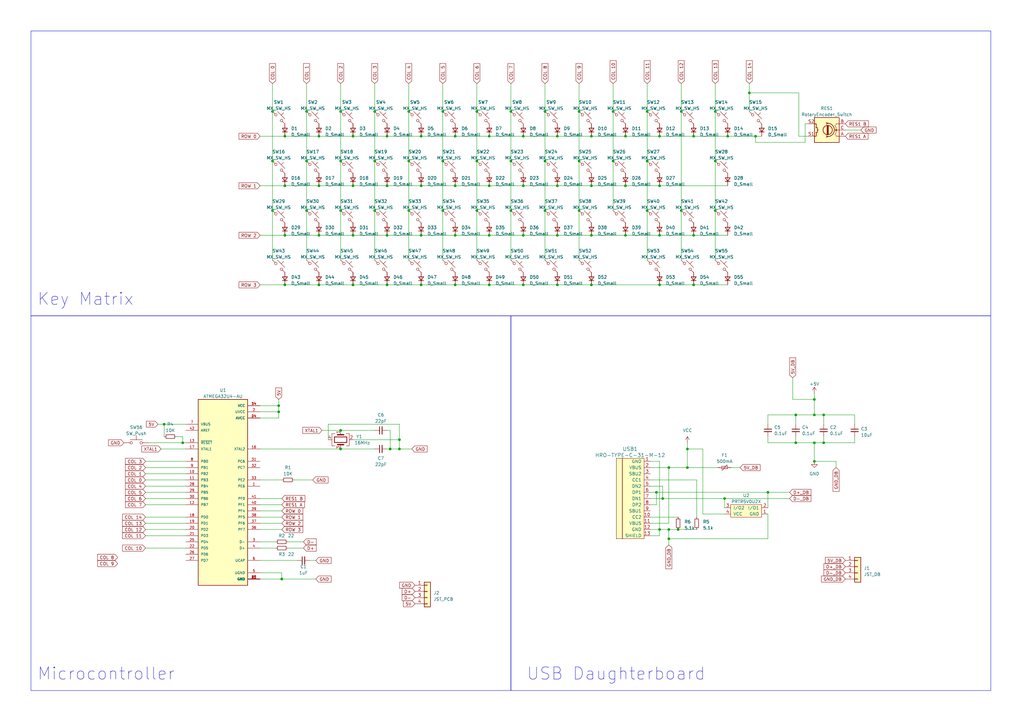
<source format=kicad_sch>
(kicad_sch (version 20230121) (generator eeschema)
  (paper "A3")
  (junction (at 284.48 116.84))
  (junction (at 163.83 184.15))
  (junction (at 195.58 66.04))
  (junction (at 200.66 76.2))
  (junction (at 144.78 76.2))
  (junction (at 111.76 86.36))
  (junction (at 181.61 86.36))
  (junction (at 130.81 76.2))
  (junction (at 209.55 86.36))
  (junction (at 158.75 116.84))
  (junction (at 326.39 170.18))
  (junction (at 293.37 86.36))
  (junction (at 265.43 66.04))
  (junction (at 214.63 55.88))
  (junction (at 153.67 66.04))
  (junction (at 195.58 86.36))
  (junction (at 181.61 66.04))
  (junction (at 281.94 191.77))
  (junction (at 251.46 66.04))
  (junction (at 139.7 66.04))
  (junction (at 337.82 181.61))
  (junction (at 214.63 116.84))
  (junction (at 158.75 76.2))
  (junction (at 158.75 96.52))
  (junction (at 223.52 66.04))
  (junction (at 116.84 116.84))
  (junction (at 144.78 55.88))
  (junction (at 160.02 184.15))
  (junction (at 115.57 237.49))
  (junction (at 274.32 217.17))
  (junction (at 242.57 96.52))
  (junction (at 228.6 55.88))
  (junction (at 139.7 176.53))
  (junction (at 334.01 189.23))
  (junction (at 163.83 180.34))
  (junction (at 172.72 55.88))
  (junction (at 116.84 55.88))
  (junction (at 237.49 86.36))
  (junction (at 172.72 116.84))
  (junction (at 186.69 76.2))
  (junction (at 228.6 96.52))
  (junction (at 139.7 184.15))
  (junction (at 153.67 45.72))
  (junction (at 200.66 96.52))
  (junction (at 139.7 86.36))
  (junction (at 111.76 45.72))
  (junction (at 270.51 76.2))
  (junction (at 111.76 66.04))
  (junction (at 271.78 204.47))
  (junction (at 326.39 181.61))
  (junction (at 334.01 181.61))
  (junction (at 265.43 86.36))
  (junction (at 307.34 38.1))
  (junction (at 186.69 116.84))
  (junction (at 200.66 55.88))
  (junction (at 214.63 96.52))
  (junction (at 67.31 173.99))
  (junction (at 256.54 76.2))
  (junction (at 167.64 86.36))
  (junction (at 228.6 116.84))
  (junction (at 172.72 96.52))
  (junction (at 281.94 184.15))
  (junction (at 269.24 201.93))
  (junction (at 186.69 96.52))
  (junction (at 334.01 163.83))
  (junction (at 167.64 66.04))
  (junction (at 186.69 55.88))
  (junction (at 223.52 86.36))
  (junction (at 144.78 116.84))
  (junction (at 153.67 86.36))
  (junction (at 270.51 96.52))
  (junction (at 284.48 96.52))
  (junction (at 139.7 45.72))
  (junction (at 265.43 45.72))
  (junction (at 200.66 116.84))
  (junction (at 284.48 55.88))
  (junction (at 125.73 86.36))
  (junction (at 116.84 76.2))
  (junction (at 279.4 86.36))
  (junction (at 242.57 55.88))
  (junction (at 130.81 55.88))
  (junction (at 270.51 116.84))
  (junction (at 270.51 217.17))
  (junction (at 278.13 217.17))
  (junction (at 242.57 76.2))
  (junction (at 242.57 116.84))
  (junction (at 314.96 201.93))
  (junction (at 181.61 45.72))
  (junction (at 130.81 116.84))
  (junction (at 251.46 45.72))
  (junction (at 337.82 170.18))
  (junction (at 167.64 45.72))
  (junction (at 298.45 55.88))
  (junction (at 114.3 168.91))
  (junction (at 172.72 76.2))
  (junction (at 114.3 166.37))
  (junction (at 293.37 66.04))
  (junction (at 158.75 55.88))
  (junction (at 130.81 96.52))
  (junction (at 256.54 55.88))
  (junction (at 237.49 66.04))
  (junction (at 279.4 45.72))
  (junction (at 125.73 45.72))
  (junction (at 209.55 66.04))
  (junction (at 293.37 45.72))
  (junction (at 209.55 45.72))
  (junction (at 144.78 96.52))
  (junction (at 223.52 45.72))
  (junction (at 195.58 45.72))
  (junction (at 125.73 66.04))
  (junction (at 334.01 170.18))
  (junction (at 237.49 45.72))
  (junction (at 74.93 181.61))
  (junction (at 274.32 220.98))
  (junction (at 116.84 96.52))
  (junction (at 214.63 76.2))
  (junction (at 228.6 76.2))
  (junction (at 256.54 96.52))
  (junction (at 297.18 204.47))
  (junction (at 270.51 55.88))
  (junction (at 309.88 55.88))
  (junction (at 274.32 191.77))
  (wire (pts (xy 223.52 86.36) (xy 223.52 106.68)))
  (wire (pts (xy 326.39 181.61) (xy 334.01 181.61)))
  (wire (pts (xy 59.69 196.85) (xy 76.2 196.85)))
  (wire (pts (xy 314.96 170.18) (xy 314.96 173.99)))
  (wire (pts (xy 59.69 201.93) (xy 76.2 201.93)))
  (wire (pts (xy 59.69 189.23) (xy 76.2 189.23)))
  (wire (pts (xy 337.82 181.61) (xy 350.52 181.61)))
  (wire (pts (xy 251.46 45.72) (xy 251.46 66.04)))
  (wire (pts (xy 334.01 163.83) (xy 334.01 170.18)))
  (wire (pts (xy 167.64 45.72) (xy 167.64 66.04)))
  (wire (pts (xy 337.82 170.18) (xy 350.52 170.18)))
  (wire (pts (xy 228.6 76.2) (xy 242.57 76.2)))
  (wire (pts (xy 337.82 170.18) (xy 337.82 173.99)))
  (wire (pts (xy 288.29 210.82) (xy 297.18 210.82)))
  (wire (pts (xy 209.55 66.04) (xy 209.55 86.36)))
  (wire (pts (xy 334.01 161.29) (xy 334.01 163.83)))
  (wire (pts (xy 186.69 116.84) (xy 200.66 116.84)))
  (wire (pts (xy 285.75 196.85) (xy 285.75 212.09)))
  (wire (pts (xy 293.37 45.72) (xy 293.37 66.04)))
  (wire (pts (xy 327.66 55.88) (xy 327.66 38.1)))
  (wire (pts (xy 130.81 96.52) (xy 144.78 96.52)))
  (wire (pts (xy 346.71 53.34) (xy 353.06 53.34)))
  (wire (pts (xy 274.32 191.77) (xy 281.94 191.77)))
  (wire (pts (xy 326.39 170.18) (xy 334.01 170.18)))
  (wire (pts (xy 271.78 199.39) (xy 271.78 204.47)))
  (wire (pts (xy 265.43 34.29) (xy 265.43 45.72)))
  (wire (pts (xy 266.7 191.77) (xy 274.32 191.77)))
  (wire (pts (xy 284.48 55.88) (xy 298.45 55.88)))
  (wire (pts (xy 270.51 96.52) (xy 284.48 96.52)))
  (wire (pts (xy 299.72 191.77) (xy 303.53 191.77)))
  (wire (pts (xy 265.43 45.72) (xy 265.43 66.04)))
  (wire (pts (xy 181.61 45.72) (xy 181.61 66.04)))
  (wire (pts (xy 115.57 237.49) (xy 129.54 237.49)))
  (wire (pts (xy 106.68 217.17) (xy 115.57 217.17)))
  (wire (pts (xy 144.78 116.84) (xy 158.75 116.84)))
  (wire (pts (xy 106.68 171.45) (xy 114.3 171.45)))
  (wire (pts (xy 266.7 207.01) (xy 269.24 207.01)))
  (wire (pts (xy 158.75 116.84) (xy 172.72 116.84)))
  (wire (pts (xy 330.2 50.8) (xy 331.47 50.8)))
  (wire (pts (xy 163.83 173.99) (xy 163.83 180.34)))
  (wire (pts (xy 331.47 55.88) (xy 327.66 55.88)))
  (wire (pts (xy 106.68 214.63) (xy 115.57 214.63)))
  (wire (pts (xy 266.7 214.63) (xy 274.32 214.63)))
  (wire (pts (xy 74.93 181.61) (xy 76.2 181.61)))
  (wire (pts (xy 59.69 219.71) (xy 76.2 219.71)))
  (wire (pts (xy 274.32 220.98) (xy 274.32 223.52)))
  (wire (pts (xy 139.7 176.53) (xy 153.67 176.53)))
  (wire (pts (xy 106.68 76.2) (xy 116.84 76.2)))
  (wire (pts (xy 106.68 229.87) (xy 121.92 229.87)))
  (wire (pts (xy 266.7 204.47) (xy 271.78 204.47)))
  (wire (pts (xy 130.81 116.84) (xy 144.78 116.84)))
  (wire (pts (xy 172.72 55.88) (xy 186.69 55.88)))
  (wire (pts (xy 334.01 170.18) (xy 337.82 170.18)))
  (wire (pts (xy 167.64 34.29) (xy 167.64 45.72)))
  (wire (pts (xy 153.67 66.04) (xy 153.67 86.36)))
  (wire (pts (xy 167.64 86.36) (xy 167.64 106.68)))
  (wire (pts (xy 242.57 76.2) (xy 256.54 76.2)))
  (wire (pts (xy 266.7 199.39) (xy 271.78 199.39)))
  (wire (pts (xy 274.32 217.17) (xy 278.13 217.17)))
  (wire (pts (xy 279.4 34.29) (xy 279.4 45.72)))
  (wire (pts (xy 111.76 66.04) (xy 111.76 86.36)))
  (wire (pts (xy 59.69 214.63) (xy 76.2 214.63)))
  (wire (pts (xy 64.77 173.99) (xy 67.31 173.99)))
  (wire (pts (xy 106.68 212.09) (xy 115.57 212.09)))
  (wire (pts (xy 111.76 34.29) (xy 111.76 45.72)))
  (wire (pts (xy 270.51 55.88) (xy 284.48 55.88)))
  (wire (pts (xy 153.67 45.72) (xy 153.67 66.04)))
  (wire (pts (xy 60.96 181.61) (xy 74.93 181.61)))
  (wire (pts (xy 209.55 34.29) (xy 209.55 45.72)))
  (wire (pts (xy 314.96 220.98) (xy 314.96 210.82)))
  (wire (pts (xy 330.2 58.42) (xy 309.88 58.42)))
  (wire (pts (xy 114.3 166.37) (xy 114.3 163.83)))
  (wire (pts (xy 153.67 34.29) (xy 153.67 45.72)))
  (wire (pts (xy 186.69 55.88) (xy 200.66 55.88)))
  (wire (pts (xy 106.68 196.85) (xy 115.57 196.85)))
  (wire (pts (xy 144.78 55.88) (xy 158.75 55.88)))
  (wire (pts (xy 160.02 184.15) (xy 163.83 184.15)))
  (wire (pts (xy 163.83 180.34) (xy 163.83 184.15)))
  (wire (pts (xy 266.7 189.23) (xy 270.51 189.23)))
  (wire (pts (xy 237.49 66.04) (xy 237.49 86.36)))
  (wire (pts (xy 270.51 219.71) (xy 270.51 217.17)))
  (wire (pts (xy 125.73 66.04) (xy 125.73 86.36)))
  (wire (pts (xy 298.45 55.88) (xy 309.88 55.88)))
  (wire (pts (xy 158.75 76.2) (xy 172.72 76.2)))
  (wire (pts (xy 200.66 76.2) (xy 214.63 76.2)))
  (wire (pts (xy 266.7 212.09) (xy 278.13 212.09)))
  (wire (pts (xy 237.49 34.29) (xy 237.49 45.72)))
  (wire (pts (xy 314.96 181.61) (xy 326.39 181.61)))
  (wire (pts (xy 158.75 176.53) (xy 160.02 176.53)))
  (wire (pts (xy 266.7 217.17) (xy 270.51 217.17)))
  (wire (pts (xy 66.04 184.15) (xy 76.2 184.15)))
  (wire (pts (xy 139.7 66.04) (xy 139.7 86.36)))
  (wire (pts (xy 132.08 176.53) (xy 139.7 176.53)))
  (wire (pts (xy 59.69 212.09) (xy 76.2 212.09)))
  (wire (pts (xy 237.49 45.72) (xy 237.49 66.04)))
  (wire (pts (xy 134.62 173.99) (xy 163.83 173.99)))
  (wire (pts (xy 181.61 86.36) (xy 181.61 106.68)))
  (wire (pts (xy 330.2 50.8) (xy 330.2 58.42)))
  (wire (pts (xy 228.6 96.52) (xy 242.57 96.52)))
  (wire (pts (xy 116.84 55.88) (xy 130.81 55.88)))
  (wire (pts (xy 309.88 55.88) (xy 312.42 55.88)))
  (wire (pts (xy 195.58 86.36) (xy 195.58 106.68)))
  (wire (pts (xy 223.52 34.29) (xy 223.52 45.72)))
  (wire (pts (xy 309.88 58.42) (xy 309.88 55.88)))
  (wire (pts (xy 181.61 66.04) (xy 181.61 86.36)))
  (wire (pts (xy 242.57 116.84) (xy 270.51 116.84)))
  (wire (pts (xy 293.37 34.29) (xy 293.37 45.72)))
  (wire (pts (xy 200.66 96.52) (xy 214.63 96.52)))
  (wire (pts (xy 293.37 66.04) (xy 293.37 86.36)))
  (wire (pts (xy 242.57 55.88) (xy 256.54 55.88)))
  (wire (pts (xy 293.37 86.36) (xy 293.37 106.68)))
  (wire (pts (xy 139.7 34.29) (xy 139.7 45.72)))
  (wire (pts (xy 214.63 96.52) (xy 228.6 96.52)))
  (wire (pts (xy 106.68 207.01) (xy 115.57 207.01)))
  (wire (pts (xy 314.96 170.18) (xy 326.39 170.18)))
  (wire (pts (xy 350.52 179.07) (xy 350.52 181.61)))
  (wire (pts (xy 251.46 34.29) (xy 251.46 45.72)))
  (wire (pts (xy 326.39 179.07) (xy 326.39 181.61)))
  (wire (pts (xy 307.34 38.1) (xy 307.34 45.72)))
  (wire (pts (xy 265.43 66.04) (xy 265.43 86.36)))
  (wire (pts (xy 106.68 166.37) (xy 114.3 166.37)))
  (wire (pts (xy 284.48 116.84) (xy 298.45 116.84)))
  (wire (pts (xy 337.82 181.61) (xy 334.01 181.61)))
  (wire (pts (xy 334.01 189.23) (xy 342.9 189.23)))
  (wire (pts (xy 325.12 163.83) (xy 334.01 163.83)))
  (wire (pts (xy 59.69 199.39) (xy 76.2 199.39)))
  (wire (pts (xy 270.51 76.2) (xy 298.45 76.2)))
  (wire (pts (xy 106.68 116.84) (xy 116.84 116.84)))
  (wire (pts (xy 350.52 170.18) (xy 350.52 173.99)))
  (wire (pts (xy 106.68 209.55) (xy 115.57 209.55)))
  (wire (pts (xy 228.6 116.84) (xy 242.57 116.84)))
  (wire (pts (xy 144.78 76.2) (xy 158.75 76.2)))
  (wire (pts (xy 209.55 45.72) (xy 209.55 66.04)))
  (wire (pts (xy 111.76 45.72) (xy 111.76 66.04)))
  (wire (pts (xy 281.94 184.15) (xy 281.94 191.77)))
  (wire (pts (xy 209.55 86.36) (xy 209.55 106.68)))
  (wire (pts (xy 200.66 116.84) (xy 214.63 116.84)))
  (wire (pts (xy 266.7 196.85) (xy 285.75 196.85)))
  (wire (pts (xy 314.96 179.07) (xy 314.96 181.61)))
  (wire (pts (xy 265.43 86.36) (xy 265.43 106.68)))
  (wire (pts (xy 106.68 204.47) (xy 115.57 204.47)))
  (wire (pts (xy 67.31 179.07) (xy 67.31 173.99)))
  (wire (pts (xy 270.51 116.84) (xy 284.48 116.84)))
  (wire (pts (xy 106.68 224.79) (xy 113.03 224.79)))
  (wire (pts (xy 158.75 184.15) (xy 160.02 184.15)))
  (wire (pts (xy 59.69 194.31) (xy 76.2 194.31)))
  (wire (pts (xy 270.51 217.17) (xy 274.32 217.17)))
  (wire (pts (xy 111.76 86.36) (xy 111.76 106.68)))
  (wire (pts (xy 139.7 184.15) (xy 153.67 184.15)))
  (wire (pts (xy 251.46 66.04) (xy 251.46 86.36)))
  (wire (pts (xy 144.78 180.34) (xy 163.83 180.34)))
  (wire (pts (xy 172.72 116.84) (xy 186.69 116.84)))
  (wire (pts (xy 134.62 180.34) (xy 134.62 173.99)))
  (wire (pts (xy 214.63 116.84) (xy 228.6 116.84)))
  (wire (pts (xy 106.68 55.88) (xy 116.84 55.88)))
  (wire (pts (xy 334.01 181.61) (xy 334.01 189.23)))
  (wire (pts (xy 106.68 168.91) (xy 114.3 168.91)))
  (wire (pts (xy 114.3 171.45) (xy 114.3 168.91)))
  (wire (pts (xy 307.34 34.29) (xy 307.34 38.1)))
  (wire (pts (xy 200.66 55.88) (xy 214.63 55.88)))
  (wire (pts (xy 127 229.87) (xy 129.54 229.87)))
  (wire (pts (xy 120.65 196.85) (xy 128.27 196.85)))
  (wire (pts (xy 195.58 45.72) (xy 195.58 66.04)))
  (wire (pts (xy 237.49 86.36) (xy 237.49 106.68)))
  (wire (pts (xy 288.29 184.15) (xy 281.94 184.15)))
  (wire (pts (xy 195.58 34.29) (xy 195.58 45.72)))
  (wire (pts (xy 172.72 96.52) (xy 186.69 96.52)))
  (wire (pts (xy 72.39 179.07) (xy 74.93 179.07)))
  (wire (pts (xy 59.69 217.17) (xy 76.2 217.17)))
  (wire (pts (xy 158.75 55.88) (xy 172.72 55.88)))
  (wire (pts (xy 67.31 173.99) (xy 76.2 173.99)))
  (wire (pts (xy 337.82 179.07) (xy 337.82 181.61)))
  (wire (pts (xy 223.52 66.04) (xy 223.52 86.36)))
  (wire (pts (xy 139.7 45.72) (xy 139.7 66.04)))
  (wire (pts (xy 106.68 96.52) (xy 116.84 96.52)))
  (wire (pts (xy 266.7 219.71) (xy 270.51 219.71)))
  (wire (pts (xy 242.57 96.52) (xy 256.54 96.52)))
  (wire (pts (xy 314.96 201.93) (xy 314.96 208.28)))
  (wire (pts (xy 279.4 86.36) (xy 279.4 106.68)))
  (wire (pts (xy 59.69 204.47) (xy 76.2 204.47)))
  (wire (pts (xy 106.68 222.25) (xy 113.03 222.25)))
  (wire (pts (xy 186.69 76.2) (xy 200.66 76.2)))
  (wire (pts (xy 269.24 201.93) (xy 314.96 201.93)))
  (wire (pts (xy 125.73 34.29) (xy 125.73 45.72)))
  (wire (pts (xy 153.67 86.36) (xy 153.67 106.68)))
  (wire (pts (xy 115.57 234.95) (xy 115.57 237.49)))
  (wire (pts (xy 214.63 55.88) (xy 228.6 55.88)))
  (wire (pts (xy 228.6 55.88) (xy 242.57 55.88)))
  (wire (pts (xy 59.69 224.79) (xy 76.2 224.79)))
  (wire (pts (xy 281.94 191.77) (xy 294.64 191.77)))
  (wire (pts (xy 106.68 184.15) (xy 139.7 184.15)))
  (wire (pts (xy 158.75 96.52) (xy 172.72 96.52)))
  (wire (pts (xy 125.73 45.72) (xy 125.73 66.04)))
  (wire (pts (xy 167.64 66.04) (xy 167.64 86.36)))
  (wire (pts (xy 256.54 76.2) (xy 270.51 76.2)))
  (wire (pts (xy 256.54 55.88) (xy 270.51 55.88)))
  (wire (pts (xy 279.4 45.72) (xy 279.4 86.36)))
  (wire (pts (xy 130.81 76.2) (xy 144.78 76.2)))
  (wire (pts (xy 163.83 184.15) (xy 168.91 184.15)))
  (wire (pts (xy 326.39 170.18) (xy 326.39 173.99)))
  (wire (pts (xy 118.11 224.79) (xy 124.46 224.79)))
  (wire (pts (xy 59.69 191.77) (xy 76.2 191.77)))
  (wire (pts (xy 270.51 189.23) (xy 270.51 217.17)))
  (wire (pts (xy 274.32 220.98) (xy 314.96 220.98)))
  (wire (pts (xy 125.73 86.36) (xy 125.73 106.68)))
  (wire (pts (xy 223.52 45.72) (xy 223.52 66.04)))
  (wire (pts (xy 139.7 86.36) (xy 139.7 106.68)))
  (wire (pts (xy 116.84 76.2) (xy 130.81 76.2)))
  (wire (pts (xy 160.02 176.53) (xy 160.02 184.15)))
  (wire (pts (xy 106.68 237.49) (xy 115.57 237.49)))
  (wire (pts (xy 288.29 210.82) (xy 288.29 184.15)))
  (wire (pts (xy 195.58 66.04) (xy 195.58 86.36)))
  (wire (pts (xy 284.48 96.52) (xy 298.45 96.52)))
  (wire (pts (xy 118.11 222.25) (xy 124.46 222.25)))
  (wire (pts (xy 266.7 201.93) (xy 269.24 201.93)))
  (wire (pts (xy 116.84 96.52) (xy 130.81 96.52)))
  (wire (pts (xy 297.18 204.47) (xy 323.85 204.47)))
  (wire (pts (xy 297.18 204.47) (xy 297.18 208.28)))
  (wire (pts (xy 274.32 217.17) (xy 274.32 220.98)))
  (wire (pts (xy 325.12 154.94) (xy 325.12 163.83)))
  (wire (pts (xy 274.32 214.63) (xy 274.32 191.77)))
  (wire (pts (xy 186.69 96.52) (xy 200.66 96.52)))
  (wire (pts (xy 214.63 76.2) (xy 228.6 76.2)))
  (wire (pts (xy 281.94 181.61) (xy 281.94 184.15)))
  (wire (pts (xy 342.9 189.23) (xy 342.9 191.77)))
  (wire (pts (xy 116.84 116.84) (xy 130.81 116.84)))
  (wire (pts (xy 130.81 55.88) (xy 144.78 55.88)))
  (wire (pts (xy 74.93 179.07) (xy 74.93 181.61)))
  (wire (pts (xy 327.66 38.1) (xy 307.34 38.1)))
  (wire (pts (xy 269.24 207.01) (xy 269.24 201.93)))
  (wire (pts (xy 278.13 217.17) (xy 285.75 217.17)))
  (wire (pts (xy 314.96 201.93) (xy 323.85 201.93)))
  (wire (pts (xy 144.78 96.52) (xy 158.75 96.52)))
  (wire (pts (xy 181.61 34.29) (xy 181.61 45.72)))
  (wire (pts (xy 172.72 76.2) (xy 186.69 76.2)))
  (wire (pts (xy 271.78 204.47) (xy 297.18 204.47)))
  (wire (pts (xy 106.68 234.95) (xy 115.57 234.95)))
  (wire (pts (xy 256.54 96.52) (xy 270.51 96.52)))
  (wire (pts (xy 59.69 207.01) (xy 76.2 207.01)))
  (wire (pts (xy 114.3 168.91) (xy 114.3 166.37)))
  (rectangle (start 209.55 129.54) (end 406.4 283.21))
  (rectangle (start 12.7 12.7) (end 406.4 129.54))
  (rectangle (start 12.7 129.54) (end 209.55 283.21))
  (text "Microcontroller" (at 15.24 279.4 0) (effects (font (size 5 5)) (justify left bottom)))
  (text "Key Matrix" (at 15.24 125.73 0) (effects (font (size 5 5)) (justify left bottom)))
  (text "USB Daughterboard" (at 215.9 279.4 0) (effects (font (size 5 5)) (justify left bottom)))
  (global_label "ROW 1" (shape input) (at 115.57 212.09 0) (property "Intersheetrefs" "${INTERSHEET_REFS}" (effects hide)))
  (global_label "GND" (shape input) (at 168.91 184.15 0) (property "Intersheetrefs" "${INTERSHEET_REFS}" (effects hide)))
  (global_label "ROW 0" (shape input) (at 106.68 55.88 180) (property "Intersheetrefs" "${INTERSHEET_REFS}" (effects hide)))
  (global_label "COL 6" (shape input) (at 59.69 204.47 180) (property "Intersheetrefs" "${INTERSHEET_REFS}" (effects hide)))
  (global_label "GND" (shape input) (at 129.54 229.87 0) (property "Intersheetrefs" "${INTERSHEET_REFS}" (effects hide)))
  (global_label "D+" (shape input) (at 124.46 224.79 0) (property "Intersheetrefs" "${INTERSHEET_REFS}" (effects hide)))
  (global_label "COL 2" (shape input) (at 59.69 191.77 180) (property "Intersheetrefs" "${INTERSHEET_REFS}" (effects hide)))
  (global_label "COL 10" (shape input) (at 59.69 224.79 180) (property "Intersheetrefs" "${INTERSHEET_REFS}" (effects hide)))
  (global_label "5V_DB" (shape input) (at 303.53 191.77 0) (property "Intersheetrefs" "${INTERSHEET_REFS}" (effects hide)))
  (global_label "D-_DB" (shape input) (at 346.71 234.95 180) (property "Intersheetrefs" "${INTERSHEET_REFS}" (effects hide)))
  (global_label "COL 8" (shape input) (at 48.26 228.6 180) (property "Intersheetrefs" "${INTERSHEET_REFS}" (effects hide)))
  (global_label "D+_DB" (shape input) (at 323.85 201.93 0) (property "Intersheetrefs" "${INTERSHEET_REFS}" (effects hide)))
  (global_label "COL 9" (shape input) (at 48.26 231.14 180) (property "Intersheetrefs" "${INTERSHEET_REFS}" (effects hide)))
  (global_label "GND" (shape input) (at 170.18 240.03 180) (property "Intersheetrefs" "${INTERSHEET_REFS}" (effects hide)))
  (global_label "COL 6" (shape input) (at 195.58 34.29 90) (property "Intersheetrefs" "${INTERSHEET_REFS}" (effects hide)))
  (global_label "ROW 0" (shape input) (at 115.57 209.55 0) (property "Intersheetrefs" "${INTERSHEET_REFS}" (effects hide)))
  (global_label "COL 5" (shape input) (at 59.69 201.93 180) (property "Intersheetrefs" "${INTERSHEET_REFS}" (effects hide)))
  (global_label "GND" (shape input) (at 50.8 181.61 180) (property "Intersheetrefs" "${INTERSHEET_REFS}" (effects hide)))
  (global_label "GND_DB" (shape input) (at 346.71 237.49 180) (property "Intersheetrefs" "${INTERSHEET_REFS}" (effects hide)))
  (global_label "COL 8" (shape input) (at 223.52 34.29 90) (property "Intersheetrefs" "${INTERSHEET_REFS}" (effects hide)))
  (global_label "ROW 2" (shape input) (at 115.57 214.63 0) (property "Intersheetrefs" "${INTERSHEET_REFS}" (effects hide)))
  (global_label "D-" (shape input) (at 124.46 222.25 0) (property "Intersheetrefs" "${INTERSHEET_REFS}" (effects hide)))
  (global_label "COL 2" (shape input) (at 139.7 34.29 90) (property "Intersheetrefs" "${INTERSHEET_REFS}" (effects hide)))
  (global_label "5V" (shape input) (at 114.3 163.83 90) (property "Intersheetrefs" "${INTERSHEET_REFS}" (effects hide)))
  (global_label "COL 7" (shape input) (at 59.69 207.01 180) (property "Intersheetrefs" "${INTERSHEET_REFS}" (effects hide)))
  (global_label "COL 9" (shape input) (at 237.49 34.29 90) (property "Intersheetrefs" "${INTERSHEET_REFS}" (effects hide)))
  (global_label "D+" (shape input) (at 170.18 242.57 180) (property "Intersheetrefs" "${INTERSHEET_REFS}" (effects hide)))
  (global_label "XTAL1" (shape input) (at 132.08 176.53 180) (property "Intersheetrefs" "${INTERSHEET_REFS}" (effects hide)))
  (global_label "COL 11" (shape input) (at 265.43 34.29 90) (property "Intersheetrefs" "${INTERSHEET_REFS}" (effects hide)))
  (global_label "GND" (shape input) (at 353.06 53.34 0) (property "Intersheetrefs" "${INTERSHEET_REFS}" (effects hide)))
  (global_label "COL 5" (shape input) (at 181.61 34.29 90) (property "Intersheetrefs" "${INTERSHEET_REFS}" (effects hide)))
  (global_label "D-_DB" (shape input) (at 323.85 204.47 0) (property "Intersheetrefs" "${INTERSHEET_REFS}" (effects hide)))
  (global_label "5V" (shape input) (at 170.18 247.65 180) (property "Intersheetrefs" "${INTERSHEET_REFS}" (effects hide)))
  (global_label "GND" (shape input) (at 129.54 237.49 0) (property "Intersheetrefs" "${INTERSHEET_REFS}" (effects hide)))
  (global_label "GND_DB" (shape input) (at 274.32 223.52 270) (property "Intersheetrefs" "${INTERSHEET_REFS}" (effects hide)))
  (global_label "D-" (shape input) (at 170.18 245.11 180) (property "Intersheetrefs" "${INTERSHEET_REFS}" (effects hide)))
  (global_label "RES1 A" (shape input) (at 346.71 55.88 0) (property "Intersheetrefs" "${INTERSHEET_REFS}" (effects hide)))
  (global_label "COL 13" (shape input) (at 59.69 214.63 180) (property "Intersheetrefs" "${INTERSHEET_REFS}" (effects hide)))
  (global_label "5V" (shape input) (at 64.77 173.99 180) (property "Intersheetrefs" "${INTERSHEET_REFS}" (effects hide)))
  (global_label "COL 11" (shape input) (at 59.69 219.71 180) (property "Intersheetrefs" "${INTERSHEET_REFS}" (effects hide)))
  (global_label "ROW 3" (shape input) (at 106.68 116.84 180) (property "Intersheetrefs" "${INTERSHEET_REFS}" (effects hide)))
  (global_label "5V_DB" (shape input) (at 325.12 154.94 90) (property "Intersheetrefs" "${INTERSHEET_REFS}" (effects hide)))
  (global_label "5V_DB" (shape input) (at 346.71 229.87 180) (property "Intersheetrefs" "${INTERSHEET_REFS}" (effects hide)))
  (global_label "COL 3" (shape input) (at 59.69 189.23 180) (property "Intersheetrefs" "${INTERSHEET_REFS}" (effects hide)))
  (global_label "COL 12" (shape input) (at 279.4 34.29 90) (property "Intersheetrefs" "${INTERSHEET_REFS}" (effects hide)))
  (global_label "RES1 B" (shape input) (at 115.57 204.47 0) (property "Intersheetrefs" "${INTERSHEET_REFS}" (effects hide)))
  (global_label "COL 12" (shape input) (at 59.69 217.17 180) (property "Intersheetrefs" "${INTERSHEET_REFS}" (effects hide)))
  (global_label "COL 0" (shape input) (at 59.69 196.85 180) (property "Intersheetrefs" "${INTERSHEET_REFS}" (effects hide)))
  (global_label "GND" (shape input) (at 128.27 196.85 0) (property "Intersheetrefs" "${INTERSHEET_REFS}" (effects hide)))
  (global_label "COL 3" (shape input) (at 153.67 34.29 90) (property "Intersheetrefs" "${INTERSHEET_REFS}" (effects hide)))
  (global_label "COL 4" (shape input) (at 167.64 34.29 90) (property "Intersheetrefs" "${INTERSHEET_REFS}" (effects hide)))
  (global_label "RES1 A" (shape input) (at 115.57 207.01 0) (property "Intersheetrefs" "${INTERSHEET_REFS}" (effects hide)))
  (global_label "COL 7" (shape input) (at 209.55 34.29 90) (property "Intersheetrefs" "${INTERSHEET_REFS}" (effects hide)))
  (global_label "COL 1" (shape input) (at 125.73 34.29 90) (property "Intersheetrefs" "${INTERSHEET_REFS}" (effects hide)))
  (global_label "GND_DB" (shape input) (at 342.9 191.77 270) (property "Intersheetrefs" "${INTERSHEET_REFS}" (effects hide)))
  (global_label "COL 1" (shape input) (at 59.69 194.31 180) (property "Intersheetrefs" "${INTERSHEET_REFS}" (effects hide)))
  (global_label "ROW 3" (shape input) (at 115.57 217.17 0) (property "Intersheetrefs" "${INTERSHEET_REFS}" (effects hide)))
  (global_label "COL 0" (shape input) (at 111.76 34.29 90) (property "Intersheetrefs" "${INTERSHEET_REFS}" (effects hide)))
  (global_label "COL 10" (shape input) (at 251.46 34.29 90) (property "Intersheetrefs" "${INTERSHEET_REFS}" (effects hide)))
  (global_label "D+_DB" (shape input) (at 346.71 232.41 180) (property "Intersheetrefs" "${INTERSHEET_REFS}" (effects hide)))
  (global_label "COL 14" (shape input) (at 307.34 34.29 90) (property "Intersheetrefs" "${INTERSHEET_REFS}" (effects hide)))
  (global_label "COL 4" (shape input) (at 59.69 199.39 180) (property "Intersheetrefs" "${INTERSHEET_REFS}" (effects hide)))
  (global_label "COL 14" (shape input) (at 59.69 212.09 180) (property "Intersheetrefs" "${INTERSHEET_REFS}" (effects hide)))
  (global_label "RES1 B" (shape input) (at 346.71 50.8 0) (property "Intersheetrefs" "${INTERSHEET_REFS}" (effects hide)))
  (global_label "COL 13" (shape input) (at 293.37 34.29 90) (property "Intersheetrefs" "${INTERSHEET_REFS}" (effects hide)))
  (global_label "XTAL1" (shape input) (at 66.04 184.15 180) (property "Intersheetrefs" "${INTERSHEET_REFS}" (effects hide)))
  (global_label "ROW 1" (shape input) (at 106.68 76.2 180) (property "Intersheetrefs" "${INTERSHEET_REFS}" (effects hide)))
  (global_label "ROW 2" (shape input) (at 106.68 96.52 180) (property "Intersheetrefs" "${INTERSHEET_REFS}" (effects hide)))
  (symbol (lib_id "Device:D_Small") (at 298.45 53.34 90) (unit 1)
    (property "Reference" "D14" (at 300.99 52.705 90) (effects (justify right)))
    (property "Value" "D_Small" (at 300.99 55.245 90) (effects (justify right)))
    (property "Footprint" "Keebio-Parts:Diode-Hybrid-Back" (effects hide))
    (property "Sim.Device" "D" (effects hide))
    (property "Sim.Pins" "1=K 2=A" (effects hide))
  )
  (symbol (lib_id "marbastlib-mx:MX_SW_HS") (at 267.97 109.22 0) (unit 1)
    (property "Reference" "SW53" (at 267.97 102.87 0))
    (property "Value" "MX_SW_HS" (at 267.97 105.41 0))
    (property "Footprint" "marbastlib-mx:SW_MX_HS_1u" (effects hide))
  )
  (symbol (lib_id "marbastlib-mx:MX_SW_HS") (at 156.21 109.22 0) (unit 1)
    (property "Reference" "SW46" (at 156.21 102.87 0))
    (property "Value" "MX_SW_HS" (at 156.21 105.41 0))
    (property "Footprint" "marbastlib-mx:SW_MX_HS_1u" (effects hide))
  )
  (symbol (lib_id "Device:R_Small") (at 118.11 196.85 90) (unit 1)
    (property "Reference" "R1" (at 118.11 191.77 90))
    (property "Value" "10K" (at 118.11 194.31 90))
    (property "Footprint" "Resistor_SMD:R_0805_2012Metric" (effects hide))
  )
  (symbol (lib_id "Device:C_Small") (at 350.52 176.53 0) (unit 1)
    (property "Reference" "C3" (at 353.06 175.9013 0) (effects (justify left)))
    (property "Value" "10uF" (at 353.06 178.4413 0) (effects (justify left)))
    (property "Footprint" "Capacitor_SMD:C_0805_2012Metric" (effects hide))
  )
  (symbol (lib_id "power:VCC") (at 281.94 181.61 0) (unit 1)
    (property "Reference" "#PWR03" (effects hide))
    (property "Value" "VCC" (at 281.94 176.53 0))
  )
  (symbol (lib_id "marbastlib-mx:MX_SW_HS") (at 142.24 109.22 0) (unit 1)
    (property "Reference" "SW45" (at 142.24 102.87 0))
    (property "Value" "MX_SW_HS" (at 142.24 105.41 0))
    (property "Footprint" "marbastlib-mx:SW_MX_HS_1u" (effects hide))
  )
  (symbol (lib_id "Device:D_Small") (at 242.57 114.3 90) (unit 1)
    (property "Reference" "D52" (at 245.11 113.665 90) (effects (justify right)))
    (property "Value" "D_Small" (at 245.11 116.205 90) (effects (justify right)))
    (property "Footprint" "Keebio-Parts:Diode-Hybrid-Back" (effects hide))
    (property "Sim.Device" "D" (effects hide))
    (property "Sim.Pins" "1=K 2=A" (effects hide))
  )
  (symbol (lib_id "marbastlib-mx:MX_SW_HS") (at 240.03 68.58 0) (unit 1)
    (property "Reference" "SW25" (at 240.03 62.23 0))
    (property "Value" "MX_SW_HS" (at 240.03 64.77 0))
    (property "Footprint" "marbastlib-mx:SW_MX_HS_1u" (effects hide))
  )
  (symbol (lib_id "marbastlib-mx:MX_SW_HS") (at 212.09 88.9 0) (unit 1)
    (property "Reference" "SW36" (at 212.09 82.55 0))
    (property "Value" "MX_SW_HS" (at 212.09 85.09 0))
    (property "Footprint" "marbastlib-mx:SW_MX_HS_1u" (effects hide))
  )
  (symbol (lib_id "Device:D_Small") (at 116.84 114.3 90) (unit 1)
    (property "Reference" "D43" (at 119.38 113.665 90) (effects (justify right)))
    (property "Value" "D_Small" (at 119.38 116.205 90) (effects (justify right)))
    (property "Footprint" "Keebio-Parts:Diode-Hybrid-Back" (effects hide))
    (property "Sim.Device" "D" (effects hide))
    (property "Sim.Pins" "1=K 2=A" (effects hide))
  )
  (symbol (lib_id "Connector_Generic:Conn_01x04") (at 351.79 232.41 0) (unit 1)
    (property "Reference" "J1" (at 354.33 233.045 0) (effects (justify left)))
    (property "Value" "JST_DB" (at 354.33 235.585 0) (effects (justify left)))
    (property "Footprint" "Connector_JST:JST_PH_B4B-PH-SM4-TB_1x04-1MP_P2.00mm_Vertical" (effects hide))
  )
  (symbol (lib_id "Device:D_Small") (at 270.51 73.66 90) (unit 1)
    (property "Reference" "D27" (at 273.05 73.025 90) (effects (justify right)))
    (property "Value" "D_Small" (at 273.05 75.565 90) (effects (justify right)))
    (property "Footprint" "Keebio-Parts:Diode-Hybrid-Back" (effects hide))
    (property "Sim.Device" "D" (effects hide))
    (property "Sim.Pins" "1=K 2=A" (effects hide))
  )
  (symbol (lib_id "Device:D_Small") (at 186.69 53.34 90) (unit 1)
    (property "Reference" "D6" (at 189.23 52.705 90) (effects (justify right)))
    (property "Value" "D_Small" (at 189.23 55.245 90) (effects (justify right)))
    (property "Footprint" "Keebio-Parts:Diode-Hybrid-Back" (effects hide))
    (property "Sim.Device" "D" (effects hide))
    (property "Sim.Pins" "1=K 2=A" (effects hide))
  )
  (symbol (lib_id "marbastlib-mx:MX_SW_HS") (at 281.94 48.26 0) (unit 1)
    (property "Reference" "SW13" (at 281.94 41.91 0))
    (property "Value" "MX_SW_HS" (at 281.94 44.45 0))
    (property "Footprint" "marbastlib-mx:SW_MX_HS_1u" (effects hide))
  )
  (symbol (lib_id "Device:D_Small") (at 214.63 93.98 90) (unit 1)
    (property "Reference" "D36" (at 217.17 93.345 90) (effects (justify right)))
    (property "Value" "D_Small" (at 217.17 95.885 90) (effects (justify right)))
    (property "Footprint" "Keebio-Parts:Diode-Hybrid-Back" (effects hide))
    (property "Sim.Device" "D" (effects hide))
    (property "Sim.Pins" "1=K 2=A" (effects hide))
  )
  (symbol (lib_id "marbastlib-mx:MX_SW_HS") (at 240.03 109.22 0) (unit 1)
    (property "Reference" "SW52" (at 240.03 102.87 0))
    (property "Value" "MX_SW_HS" (at 240.03 105.41 0))
    (property "Footprint" "marbastlib-mx:SW_MX_HS_1u" (effects hide))
  )
  (symbol (lib_id "marbastlib-mx:MX_SW_HS") (at 156.21 68.58 0) (unit 1)
    (property "Reference" "SW19" (at 156.21 62.23 0))
    (property "Value" "MX_SW_HS" (at 156.21 64.77 0))
    (property "Footprint" "marbastlib-mx:SW_MX_HS_1u" (effects hide))
  )
  (symbol (lib_id "Switch:SW_Push") (at 55.88 181.61 0) (unit 1)
    (property "Reference" "SW56" (at 55.88 175.26 0))
    (property "Value" "SW_Push" (at 55.88 177.8 0))
    (property "Footprint" "random-keyboard-parts:SKQG-1155865" (effects hide))
  )
  (symbol (lib_id "Device:C_Small") (at 156.21 176.53 90) (unit 1)
    (property "Reference" "C6" (at 156.21 170.18 90))
    (property "Value" "22pF" (at 156.21 172.72 90))
    (property "Footprint" "Capacitor_SMD:C_0805_2012Metric" (effects hide))
  )
  (symbol (lib_id "marbastlib-mx:MX_SW_HS") (at 184.15 109.22 0) (unit 1)
    (property "Reference" "SW48" (at 184.15 102.87 0))
    (property "Value" "MX_SW_HS" (at 184.15 105.41 0))
    (property "Footprint" "marbastlib-mx:SW_MX_HS_1u" (effects hide))
  )
  (symbol (lib_id "marbastlib-mx:MX_SW_HS") (at 240.03 48.26 0) (unit 1)
    (property "Reference" "SW10" (at 240.03 41.91 0))
    (property "Value" "MX_SW_HS" (at 240.03 44.45 0))
    (property "Footprint" "marbastlib-mx:SW_MX_HS_1u" (effects hide))
  )
  (symbol (lib_id "marbastlib-mx:MX_SW_HS") (at 198.12 48.26 0) (unit 1)
    (property "Reference" "SW7" (at 198.12 41.91 0))
    (property "Value" "MX_SW_HS" (at 198.12 44.45 0))
    (property "Footprint" "marbastlib-mx:SW_MX_HS_1u" (effects hide))
  )
  (symbol (lib_id "Device:D_Small") (at 172.72 53.34 90) (unit 1)
    (property "Reference" "D5" (at 175.26 52.705 90) (effects (justify right)))
    (property "Value" "D_Small" (at 175.26 55.245 90) (effects (justify right)))
    (property "Footprint" "Keebio-Parts:Diode-Hybrid-Back" (effects hide))
    (property "Sim.Device" "D" (effects hide))
    (property "Sim.Pins" "1=K 2=A" (effects hide))
  )
  (symbol (lib_id "Device:D_Small") (at 186.69 93.98 90) (unit 1)
    (property "Reference" "D34" (at 189.23 93.345 90) (effects (justify right)))
    (property "Value" "D_Small" (at 189.23 95.885 90) (effects (justify right)))
    (property "Footprint" "Keebio-Parts:Diode-Hybrid-Back" (effects hide))
    (property "Sim.Device" "D" (effects hide))
    (property "Sim.Pins" "1=K 2=A" (effects hide))
  )
  (symbol (lib_id "Device:D_Small") (at 242.57 73.66 90) (unit 1)
    (property "Reference" "D25" (at 245.11 73.025 90) (effects (justify right)))
    (property "Value" "D_Small" (at 245.11 75.565 90) (effects (justify right)))
    (property "Footprint" "Keebio-Parts:Diode-Hybrid-Back" (effects hide))
    (property "Sim.Device" "D" (effects hide))
    (property "Sim.Pins" "1=K 2=A" (effects hide))
  )
  (symbol (lib_id "marbastlib-mx:MX_SW_HS") (at 281.94 109.22 0) (unit 1)
    (property "Reference" "SW54" (at 281.94 102.87 0))
    (property "Value" "MX_SW_HS" (at 281.94 105.41 0))
    (property "Footprint" "marbastlib-mx:SW_MX_HS_1u" (effects hide))
  )
  (symbol (lib_id "Device:D_Small") (at 144.78 114.3 90) (unit 1)
    (property "Reference" "D45" (at 147.32 113.665 90) (effects (justify right)))
    (property "Value" "D_Small" (at 147.32 116.205 90) (effects (justify right)))
    (property "Footprint" "Keebio-Parts:Diode-Hybrid-Back" (effects hide))
    (property "Sim.Device" "D" (effects hide))
    (property "Sim.Pins" "1=K 2=A" (effects hide))
  )
  (symbol (lib_id "marbastlib-mx:MX_SW_HS") (at 198.12 68.58 0) (unit 1)
    (property "Reference" "SW22" (at 198.12 62.23 0))
    (property "Value" "MX_SW_HS" (at 198.12 64.77 0))
    (property "Footprint" "marbastlib-mx:SW_MX_HS_1u" (effects hide))
  )
  (symbol (lib_id "Device:D_Small") (at 256.54 53.34 90) (unit 1)
    (property "Reference" "D11" (at 259.08 52.705 90) (effects (justify right)))
    (property "Value" "D_Small" (at 259.08 55.245 90) (effects (justify right)))
    (property "Footprint" "Keebio-Parts:Diode-Hybrid-Back" (effects hide))
    (property "Sim.Device" "D" (effects hide))
    (property "Sim.Pins" "1=K 2=A" (effects hide))
  )
  (symbol (lib_id "Device:D_Small") (at 144.78 93.98 90) (unit 1)
    (property "Reference" "D31" (at 147.32 93.345 90) (effects (justify right)))
    (property "Value" "D_Small" (at 147.32 95.885 90) (effects (justify right)))
    (property "Footprint" "Keebio-Parts:Diode-Hybrid-Back" (effects hide))
    (property "Sim.Device" "D" (effects hide))
    (property "Sim.Pins" "1=K 2=A" (effects hide))
  )
  (symbol (lib_id "marbastlib-mx:MX_SW_HS") (at 226.06 48.26 0) (unit 1)
    (property "Reference" "SW9" (at 226.06 41.91 0))
    (property "Value" "MX_SW_HS" (at 226.06 44.45 0))
    (property "Footprint" "marbastlib-mx:SW_MX_HS_1u" (effects hide))
  )
  (symbol (lib_id "Device:D_Small") (at 312.42 53.34 90) (unit 1)
    (property "Reference" "D15" (at 314.96 52.705 90) (effects (justify right)))
    (property "Value" "D_Small" (at 314.96 55.245 90) (effects (justify right)))
    (property "Footprint" "Keebio-Parts:Diode-Hybrid-Back" (effects hide))
    (property "Sim.Device" "D" (effects hide))
    (property "Sim.Pins" "1=K 2=A" (effects hide))
  )
  (symbol (lib_id "Device:D_Small") (at 186.69 73.66 90) (unit 1)
    (property "Reference" "D21" (at 189.23 73.025 90) (effects (justify right)))
    (property "Value" "D_Small" (at 189.23 75.565 90) (effects (justify right)))
    (property "Footprint" "Keebio-Parts:Diode-Hybrid-Back" (effects hide))
    (property "Sim.Device" "D" (effects hide))
    (property "Sim.Pins" "1=K 2=A" (effects hide))
  )
  (symbol (lib_id "marbastlib-mx:MX_SW_HS") (at 198.12 109.22 0) (unit 1)
    (property "Reference" "SW49" (at 198.12 102.87 0))
    (property "Value" "MX_SW_HS" (at 198.12 105.41 0))
    (property "Footprint" "marbastlib-mx:SW_MX_HS_1u" (effects hide))
  )
  (symbol (lib_id "Device:D_Small") (at 200.66 53.34 90) (unit 1)
    (property "Reference" "D7" (at 203.2 52.705 90) (effects (justify right)))
    (property "Value" "D_Small" (at 203.2 55.245 90) (effects (justify right)))
    (property "Footprint" "Keebio-Parts:Diode-Hybrid-Back" (effects hide))
    (property "Sim.Device" "D" (effects hide))
    (property "Sim.Pins" "1=K 2=A" (effects hide))
  )
  (symbol (lib_id "Device:C_Small") (at 156.21 184.15 90) (unit 1)
    (property "Reference" "C7" (at 156.21 187.96 90))
    (property "Value" "22pF" (at 156.21 190.5 90))
    (property "Footprint" "Capacitor_SMD:C_0805_2012Metric" (effects hide))
  )
  (symbol (lib_id "marbastlib-mx:MX_SW_HS") (at 184.15 88.9 0) (unit 1)
    (property "Reference" "SW34" (at 184.15 82.55 0))
    (property "Value" "MX_SW_HS" (at 184.15 85.09 0))
    (property "Footprint" "marbastlib-mx:SW_MX_HS_1u" (effects hide))
  )
  (symbol (lib_id "Device:D_Small") (at 298.45 114.3 90) (unit 1)
    (property "Reference" "D55" (at 300.99 113.665 90) (effects (justify right)))
    (property "Value" "D_Small" (at 300.99 116.205 90) (effects (justify right)))
    (property "Footprint" "Keebio-Parts:Diode-Hybrid-Back" (effects hide))
    (property "Sim.Device" "D" (effects hide))
    (property "Sim.Pins" "1=K 2=A" (effects hide))
  )
  (symbol (lib_id "marbastlib-mx:MX_SW_HS") (at 128.27 48.26 0) (unit 1)
    (property "Reference" "SW2" (at 128.27 41.91 0))
    (property "Value" "MX_SW_HS" (at 128.27 44.45 0))
    (property "Footprint" "marbastlib-mx:SW_MX_HS_1u" (effects hide))
  )
  (symbol (lib_id "marbastlib-mx:MX_SW_HS") (at 267.97 48.26 0) (unit 1)
    (property "Reference" "SW12" (at 267.97 41.91 0))
    (property "Value" "MX_SW_HS" (at 267.97 44.45 0))
    (property "Footprint" "marbastlib-mx:SW_MX_HS_1u" (effects hide))
  )
  (symbol (lib_id "marbastlib-mx:MX_SW_HS") (at 254 88.9 0) (unit 1)
    (property "Reference" "SW39" (at 254 82.55 0))
    (property "Value" "MX_SW_HS" (at 254 85.09 0))
    (property "Footprint" "marbastlib-mx:SW_MX_HS_1u" (effects hide))
  )
  (symbol (lib_id "marbastlib-mx:MX_SW_HS") (at 281.94 88.9 0) (unit 1)
    (property "Reference" "SW41" (at 281.94 82.55 0))
    (property "Value" "MX_SW_HS" (at 281.94 85.09 0))
    (property "Footprint" "marbastlib-mx:SW_MX_HS_1u" (effects hide))
  )
  (symbol (lib_id "Device:D_Small") (at 298.45 93.98 90) (unit 1)
    (property "Reference" "D42" (at 300.99 93.345 90) (effects (justify right)))
    (property "Value" "D_Small" (at 300.99 95.885 90) (effects (justify right)))
    (property "Footprint" "Keebio-Parts:Diode-Hybrid-Back" (effects hide))
    (property "Sim.Device" "D" (effects hide))
    (property "Sim.Pins" "1=K 2=A" (effects hide))
  )
  (symbol (lib_id "marbastlib-mx:MX_SW_HS") (at 226.06 88.9 0) (unit 1)
    (property "Reference" "SW37" (at 226.06 82.55 0))
    (property "Value" "MX_SW_HS" (at 226.06 85.09 0))
    (property "Footprint" "marbastlib-mx:SW_MX_HS_1u" (effects hide))
  )
  (symbol (lib_id "marbastlib-mx:MX_SW_HS") (at 142.24 88.9 0) (unit 1)
    (property "Reference" "SW31" (at 142.24 82.55 0))
    (property "Value" "MX_SW_HS" (at 142.24 85.09 0))
    (property "Footprint" "marbastlib-mx:SW_MX_HS_1u" (effects hide))
  )
  (symbol (lib_id "marbastlib-mx:MX_SW_HS") (at 212.09 48.26 0) (unit 1)
    (property "Reference" "SW8" (at 212.09 41.91 0))
    (property "Value" "MX_SW_HS" (at 212.09 44.45 0))
    (property "Footprint" "marbastlib-mx:SW_MX_HS_1u" (effects hide))
  )
  (symbol (lib_id "marbastlib-mx:MX_SW_HS") (at 170.18 88.9 0) (unit 1)
    (property "Reference" "SW33" (at 170.18 82.55 0))
    (property "Value" "MX_SW_HS" (at 170.18 85.09 0))
    (property "Footprint" "marbastlib-mx:SW_MX_HS_1u" (effects hide))
  )
  (symbol (lib_id "Device:D_Small") (at 242.57 53.34 90) (unit 1)
    (property "Reference" "D10" (at 245.11 52.705 90) (effects (justify right)))
    (property "Value" "D_Small" (at 245.11 55.245 90) (effects (justify right)))
    (property "Footprint" "Keebio-Parts:Diode-Hybrid-Back" (effects hide))
    (property "Sim.Device" "D" (effects hide))
    (property "Sim.Pins" "1=K 2=A" (effects hide))
  )
  (symbol (lib_id "Device:D_Small") (at 158.75 93.98 90) (unit 1)
    (property "Reference" "D32" (at 161.29 93.345 90) (effects (justify right)))
    (property "Value" "D_Small" (at 161.29 95.885 90) (effects (justify right)))
    (property "Footprint" "Keebio-Parts:Diode-Hybrid-Back" (effects hide))
    (property "Sim.Device" "D" (effects hide))
    (property "Sim.Pins" "1=K 2=A" (effects hide))
  )
  (symbol (lib_id "Device:D_Small") (at 270.51 93.98 90) (unit 1)
    (property "Reference" "D40" (at 273.05 93.345 90) (effects (justify right)))
    (property "Value" "D_Small" (at 273.05 95.885 90) (effects (justify right)))
    (property "Footprint" "Keebio-Parts:Diode-Hybrid-Back" (effects hide))
    (property "Sim.Device" "D" (effects hide))
    (property "Sim.Pins" "1=K 2=A" (effects hide))
  )
  (symbol (lib_id "ATMEGA32U4-AU:ATMEGA32U4-AU") (at 91.44 201.93 0) (unit 1)
    (property "Reference" "U1" (at 91.44 160.02 0))
    (property "Value" "ATMEGA32U4-AU" (at 91.44 162.56 0))
    (property "Footprint" "Keebio-Parts:ATMEGA32U4-AU" (effects hide))
    (property "MANUFACTURER" "Atmel" (effects hide))
  )
  (symbol (lib_id "Device:D_Small") (at 130.81 73.66 90) (unit 1)
    (property "Reference" "D17" (at 133.35 73.025 90) (effects (justify right)))
    (property "Value" "D_Small" (at 133.35 75.565 90) (effects (justify right)))
    (property "Footprint" "Keebio-Parts:Diode-Hybrid-Back" (effects hide))
    (property "Sim.Device" "D" (effects hide))
    (property "Sim.Pins" "1=K 2=A" (effects hide))
  )
  (symbol (lib_id "power:GND") (at 334.01 189.23 0) (unit 1)
    (property "Reference" "#PWR01" (effects hide))
    (property "Value" "GND" (at 334.01 194.31 0))
  )
  (symbol (lib_id "marbastlib-mx:MX_SW_HS") (at 156.21 48.26 0) (unit 1)
    (property "Reference" "SW4" (at 156.21 41.91 0))
    (property "Value" "MX_SW_HS" (at 156.21 44.45 0))
    (property "Footprint" "marbastlib-mx:SW_MX_HS_1u" (effects hide))
  )
  (symbol (lib_id "marbastlib-mx:MX_SW_HS") (at 212.09 68.58 0) (unit 1)
    (property "Reference" "SW23" (at 212.09 62.23 0))
    (property "Value" "MX_SW_HS" (at 212.09 64.77 0))
    (property "Footprint" "marbastlib-mx:SW_MX_HS_1u" (effects hide))
  )
  (symbol (lib_id "Device:R_Small") (at 115.57 224.79 90) (unit 1)
    (property "Reference" "R3" (at 115.57 227.33 90))
    (property "Value" "22" (at 119.38 227.33 90))
    (property "Footprint" "Resistor_SMD:R_0805_2012Metric" (effects hide))
  )
  (symbol (lib_id "Device:D_Small") (at 130.81 114.3 90) (unit 1)
    (property "Reference" "D44" (at 133.35 113.665 90) (effects (justify right)))
    (property "Value" "D_Small" (at 133.35 116.205 90) (effects (justify right)))
    (property "Footprint" "Keebio-Parts:Diode-Hybrid-Back" (effects hide))
    (property "Sim.Device" "D" (effects hide))
    (property "Sim.Pins" "1=K 2=A" (effects hide))
  )
  (symbol (lib_id "Device:D_Small") (at 200.66 114.3 90) (unit 1)
    (property "Reference" "D49" (at 203.2 113.665 90) (effects (justify right)))
    (property "Value" "D_Small" (at 203.2 116.205 90) (effects (justify right)))
    (property "Footprint" "Keebio-Parts:Diode-Hybrid-Back" (effects hide))
    (property "Sim.Device" "D" (effects hide))
    (property "Sim.Pins" "1=K 2=A" (effects hide))
  )
  (symbol (lib_id "marbastlib-mx:MX_SW_HS") (at 170.18 109.22 0) (unit 1)
    (property "Reference" "SW47" (at 170.18 102.87 0))
    (property "Value" "MX_SW_HS" (at 170.18 105.41 0))
    (property "Footprint" "marbastlib-mx:SW_MX_HS_1u" (effects hide))
  )
  (symbol (lib_id "Device:R_Small") (at 69.85 179.07 90) (unit 1)
    (property "Reference" "R4" (at 69.85 173.99 90))
    (property "Value" "10K" (at 69.85 176.53 90))
    (property "Footprint" "Resistor_SMD:R_0805_2012Metric" (effects hide))
  )
  (symbol (lib_id "Device:D_Small") (at 116.84 53.34 90) (unit 1)
    (property "Reference" "D1" (at 119.38 52.705 90) (effects (justify right)))
    (property "Value" "D_Small" (at 119.38 55.245 90) (effects (justify right)))
    (property "Footprint" "Keebio-Parts:Diode-Hybrid-Back" (effects hide))
    (property "Sim.Device" "D" (effects hide))
    (property "Sim.Pins" "1=K 2=A" (effects hide))
  )
  (symbol (lib_id "marbastlib-mx:MX_SW_HS") (at 226.06 68.58 0) (unit 1)
    (property "Reference" "SW24" (at 226.06 62.23 0))
    (property "Value" "MX_SW_HS" (at 226.06 64.77 0))
    (property "Footprint" "marbastlib-mx:SW_MX_HS_1u" (effects hide))
  )
  (symbol (lib_id "keebio:HRO-TYPE-C-31-M-12") (at 264.16 203.2 0) (unit 1)
    (property "Reference" "USB1" (at 258.445 184.15 0) (effects (font (size 1.524 1.524))))
    (property "Value" "HRO-TYPE-C-31-M-12" (at 258.445 186.69 0) (effects (font (size 1.524 1.524))))
    (property "Footprint" "Keebio-Parts:HRO-TYPE-C-31-M-12-Assembly" (effects hide))
  )
  (symbol (lib_id "Device:R_Small") (at 278.13 214.63 0) (unit 1)
    (property "Reference" "R6" (at 280.67 213.995 0) (effects (justify left)))
    (property "Value" "5.1k" (at 280.67 216.535 0) (effects (justify left)))
    (property "Footprint" "Resistor_SMD:R_0805_2012Metric" (effects hide))
  )
  (symbol (lib_id "marbastlib-mx:MX_SW_HS") (at 114.3 88.9 0) (unit 1)
    (property "Reference" "SW29" (at 114.3 82.55 0))
    (property "Value" "MX_SW_HS" (at 114.3 85.09 0))
    (property "Footprint" "marbastlib-mx:SW_MX_HS_1u" (effects hide))
  )
  (symbol (lib_id "Device:D_Small") (at 116.84 73.66 90) (unit 1)
    (property "Reference" "D16" (at 119.38 73.025 90) (effects (justify right)))
    (property "Value" "D_Small" (at 119.38 75.565 90) (effects (justify right)))
    (property "Footprint" "Keebio-Parts:Diode-Hybrid-Back" (effects hide))
    (property "Sim.Device" "D" (effects hide))
    (property "Sim.Pins" "1=K 2=A" (effects hide))
  )
  (symbol (lib_id "Device:D_Small") (at 214.63 53.34 90) (unit 1)
    (property "Reference" "D8" (at 217.17 52.705 90) (effects (justify right)))
    (property "Value" "D_Small" (at 217.17 55.245 90) (effects (justify right)))
    (property "Footprint" "Keebio-Parts:Diode-Hybrid-Back" (effects hide))
    (property "Sim.Device" "D" (effects hide))
    (property "Sim.Pins" "1=K 2=A" (effects hide))
  )
  (symbol (lib_id "marbastlib-mx:MX_SW_HS") (at 156.21 88.9 0) (unit 1)
    (property "Reference" "SW32" (at 156.21 82.55 0))
    (property "Value" "MX_SW_HS" (at 156.21 85.09 0))
    (property "Footprint" "marbastlib-mx:SW_MX_HS_1u" (effects hide))
  )
  (symbol (lib_id "marbastlib-mx:MX_SW_HS") (at 170.18 48.26 0) (unit 1)
    (property "Reference" "SW5" (at 170.18 41.91 0))
    (property "Value" "MX_SW_HS" (at 170.18 44.45 0))
    (property "Footprint" "marbastlib-mx:SW_MX_HS_1u" (effects hide))
  )
  (symbol (lib_id "Device:D_Small") (at 256.54 93.98 90) (unit 1)
    (property "Reference" "D39" (at 259.08 93.345 90) (effects (justify right)))
    (property "Value" "D_Small" (at 259.08 95.885 90) (effects (justify right)))
    (property "Footprint" "Keebio-Parts:Diode-Hybrid-Back" (effects hide))
    (property "Sim.Device" "D" (effects hide))
    (property "Sim.Pins" "1=K 2=A" (effects hide))
  )
  (symbol (lib_id "Device:D_Small") (at 200.66 93.98 90) (unit 1)
    (property "Reference" "D35" (at 203.2 93.345 90) (effects (justify right)))
    (property "Value" "D_Small" (at 203.2 95.885 90) (effects (justify right)))
    (property "Footprint" "Keebio-Parts:Diode-Hybrid-Back" (effects hide))
    (property "Sim.Device" "D" (effects hide))
    (property "Sim.Pins" "1=K 2=A" (effects hide))
  )
  (symbol (lib_id "Device:D_Small") (at 144.78 73.66 90) (unit 1)
    (property "Reference" "D18" (at 147.32 73.025 90) (effects (justify right)))
    (property "Value" "D_Small" (at 147.32 75.565 90) (effects (justify right)))
    (property "Footprint" "Keebio-Parts:Diode-Hybrid-Back" (effects hide))
    (property "Sim.Device" "D" (effects hide))
    (property "Sim.Pins" "1=K 2=A" (effects hide))
  )
  (symbol (lib_id "Device:R_Small") (at 285.75 214.63 0) (unit 1)
    (property "Reference" "R5" (at 288.29 213.995 0) (effects (justify left)))
    (property "Value" "5.1k" (at 288.29 216.535 0) (effects (justify left)))
    (property "Footprint" "Resistor_SMD:R_0805_2012Metric" (effects hide))
  )
  (symbol (lib_id "Device:D_Small") (at 284.48 114.3 90) (unit 1)
    (property "Reference" "D54" (at 287.02 113.665 90) (effects (justify right)))
    (property "Value" "D_Small" (at 287.02 116.205 90) (effects (justify right)))
    (property "Footprint" "Keebio-Parts:Diode-Hybrid-Back" (effects hide))
    (property "Sim.Device" "D" (effects hide))
    (property "Sim.Pins" "1=K 2=A" (effects hide))
  )
  (symbol (lib_id "Connector_Generic:Conn_01x04") (at 175.26 242.57 0) (unit 1)
    (property "Reference" "J2" (at 177.8 243.205 0) (effects (justify left)))
    (property "Value" "JST_PCB" (at 177.8 245.745 0) (effects (justify left)))
    (property "Footprint" "Connector_JST:JST_PH_B4B-PH-SM4-TB_1x04-1MP_P2.00mm_Vertical" (effects hide))
  )
  (symbol (lib_id "Device:D_Small") (at 228.6 114.3 90) (unit 1)
    (property "Reference" "D51" (at 231.14 113.665 90) (effects (justify right)))
    (property "Value" "D_Small" (at 231.14 116.205 90) (effects (justify right)))
    (property "Footprint" "Keebio-Parts:Diode-Hybrid-Back" (effects hide))
    (property "Sim.Device" "D" (effects hide))
    (property "Sim.Pins" "1=K 2=A" (effects hide))
  )
  (symbol (lib_id "marbastlib-mx:MX_SW_HS") (at 170.18 68.58 0) (unit 1)
    (property "Reference" "SW20" (at 170.18 62.23 0))
    (property "Value" "MX_SW_HS" (at 170.18 64.77 0))
    (property "Footprint" "marbastlib-mx:SW_MX_HS_1u" (effects hide))
  )
  (symbol (lib_id "Device:D_Small") (at 228.6 53.34 90) (unit 1)
    (property "Reference" "D9" (at 231.14 52.705 90) (effects (justify right)))
    (property "Value" "D_Small" (at 231.14 55.245 90) (effects (justify right)))
    (property "Footprint" "Keebio-Parts:Diode-Hybrid-Back" (effects hide))
    (property "Sim.Device" "D" (effects hide))
    (property "Sim.Pins" "1=K 2=A" (effects hide))
  )
  (symbol (lib_id "Device:D_Small") (at 214.63 73.66 90) (unit 1)
    (property "Reference" "D23" (at 217.17 73.025 90) (effects (justify right)))
    (property "Value" "D_Small" (at 217.17 75.565 90) (effects (justify right)))
    (property "Footprint" "Keebio-Parts:Diode-Hybrid-Back" (effects hide))
    (property "Sim.Device" "D" (effects hide))
    (property "Sim.Pins" "1=K 2=A" (effects hide))
  )
  (symbol (lib_id "Device:Crystal_GND24") (at 139.7 180.34 270) (unit 1)
    (property "Reference" "Y1" (at 147.32 179.07 90))
    (property "Value" "16MHz" (at 148.59 181.61 90))
    (property "Footprint" "Crystal:Crystal_SMD_3225-4Pin_3.2x2.5mm" (effects hide))
  )
  (symbol (lib_id "marbastlib-mx:MX_SW_HS") (at 114.3 109.22 0) (unit 1)
    (property "Reference" "SW43" (at 114.3 102.87 0))
    (property "Value" "MX_SW_HS" (at 114.3 105.41 0))
    (property "Footprint" "marbastlib-mx:SW_MX_HS_1u" (effects hide))
  )
  (symbol (lib_id "Device:D_Small") (at 172.72 114.3 90) (unit 1)
    (property "Reference" "D47" (at 175.26 113.665 90) (effects (justify right)))
    (property "Value" "D_Small" (at 175.26 116.205 90) (effects (justify right)))
    (property "Footprint" "Keebio-Parts:Diode-Hybrid-Back" (effects hide))
    (property "Sim.Device" "D" (effects hide))
    (property "Sim.Pins" "1=K 2=A" (effects hide))
  )
  (symbol (lib_id "marbastlib-mx:MX_SW_HS") (at 254 68.58 0) (unit 1)
    (property "Reference" "SW26" (at 254 62.23 0))
    (property "Value" "MX_SW_HS" (at 254 64.77 0))
    (property "Footprint" "marbastlib-mx:SW_MX_HS_1u" (effects hide))
  )
  (symbol (lib_id "marbastlib-mx:MX_SW_HS") (at 142.24 68.58 0) (unit 1)
    (property "Reference" "SW18" (at 142.24 62.23 0))
    (property "Value" "MX_SW_HS" (at 142.24 64.77 0))
    (property "Footprint" "marbastlib-mx:SW_MX_HS_1u" (effects hide))
  )
  (symbol (lib_id "marbastlib-mx:MX_SW_HS") (at 295.91 109.22 0) (unit 1)
    (property "Reference" "SW55" (at 295.91 102.87 0))
    (property "Value" "MX_SW_HS" (at 295.91 105.41 0))
    (property "Footprint" "marbastlib-mx:SW_MX_HS_1u" (effects hide))
  )
  (symbol (lib_id "Device:D_Small") (at 158.75 73.66 90) (unit 1)
    (property "Reference" "D19" (at 161.29 73.025 90) (effects (justify right)))
    (property "Value" "D_Small" (at 161.29 75.565 90) (effects (justify right)))
    (property "Footprint" "Keebio-Parts:Diode-Hybrid-Back" (effects hide))
    (property "Sim.Device" "D" (effects hide))
    (property "Sim.Pins" "1=K 2=A" (effects hide))
  )
  (symbol (lib_id "Device:D_Small") (at 130.81 93.98 90) (unit 1)
    (property "Reference" "D30" (at 133.35 93.345 90) (effects (justify right)))
    (property "Value" "D_Small" (at 133.35 95.885 90) (effects (justify right)))
    (property "Footprint" "Keebio-Parts:Diode-Hybrid-Back" (effects hide))
    (property "Sim.Device" "D" (effects hide))
    (property "Sim.Pins" "1=K 2=A" (effects hide))
  )
  (symbol (lib_id "Device:D_Small") (at 298.45 73.66 90) (unit 1)
    (property "Reference" "D28" (at 300.99 73.025 90) (effects (justify right)))
    (property "Value" "D_Small" (at 300.99 75.565 90) (effects (justify right)))
    (property "Footprint" "Keebio-Parts:Diode-Hybrid-Back" (effects hide))
    (property "Sim.Device" "D" (effects hide))
    (property "Sim.Pins" "1=K 2=A" (effects hide))
  )
  (symbol (lib_id "Device:D_Small") (at 186.69 114.3 90) (unit 1)
    (property "Reference" "D48" (at 189.23 113.665 90) (effects (justify right)))
    (property "Value" "D_Small" (at 189.23 116.205 90) (effects (justify right)))
    (property "Footprint" "Keebio-Parts:Diode-Hybrid-Back" (effects hide))
    (property "Sim.Device" "D" (effects hide))
    (property "Sim.Pins" "1=K 2=A" (effects hide))
  )
  (symbol (lib_id "marbastlib-mx:MX_SW_HS") (at 184.15 48.26 0) (unit 1)
    (property "Reference" "SW6" (at 184.15 41.91 0))
    (property "Value" "MX_SW_HS" (at 184.15 44.45 0))
    (property "Footprint" "marbastlib-mx:SW_MX_HS_1u" (effects hide))
  )
  (symbol (lib_id "Device:D_Small") (at 172.72 93.98 90) (unit 1)
    (property "Reference" "D33" (at 175.26 93.345 90) (effects (justify right)))
    (property "Value" "D_Small" (at 175.26 95.885 90) (effects (justify right)))
    (property "Footprint" "Keebio-Parts:Diode-Hybrid-Back" (effects hide))
    (property "Sim.Device" "D" (effects hide))
    (property "Sim.Pins" "1=K 2=A" (effects hide))
  )
  (symbol (lib_id "Device:D_Small") (at 144.78 53.34 90) (unit 1)
    (property "Reference" "D3" (at 147.32 52.705 90) (effects (justify right)))
    (property "Value" "D_Small" (at 147.32 55.245 90) (effects (justify right)))
    (property "Footprint" "Keebio-Parts:Diode-Hybrid-Back" (effects hide))
    (property "Sim.Device" "D" (effects hide))
    (property "Sim.Pins" "1=K 2=A" (effects hide))
  )
  (symbol (lib_id "Device:D_Small") (at 116.84 93.98 90) (unit 1)
    (property "Reference" "D29" (at 119.38 93.345 90) (effects (justify right)))
    (property "Value" "D_Small" (at 119.38 95.885 90) (effects (justify right)))
    (property "Footprint" "Keebio-Parts:Diode-Hybrid-Back" (effects hide))
    (property "Sim.Device" "D" (effects hide))
    (property "Sim.Pins" "1=K 2=A" (effects hide))
  )
  (symbol (lib_id "marbastlib-mx:MX_SW_HS") (at 114.3 48.26 0) (unit 1)
    (property "Reference" "SW1" (at 114.3 41.91 0))
    (property "Value" "MX_SW_HS" (at 114.3 44.45 0))
    (property "Footprint" "marbastlib-mx:SW_MX_HS_1u" (effects hide))
  )
  (symbol (lib_id "marbastlib-mx:MX_SW_HS") (at 142.24 48.26 0) (unit 1)
    (property "Reference" "SW3" (at 142.24 41.91 0))
    (property "Value" "MX_SW_HS" (at 142.24 44.45 0))
    (property "Footprint" "marbastlib-mx:SW_MX_HS_1u" (effects hide))
  )
  (symbol (lib_id "keebio:PRTR5V0U2X") (at 306.07 209.55 180) (unit 1)
    (property "Reference" "U2" (at 306.07 203.2 0))
    (property "Value" "PRTR5V0U2X" (at 306.07 205.74 0))
    (property "Footprint" "random-keyboard-parts:SOT143B" (effects hide))
  )
  (symbol (lib_id "Device:D_Small") (at 130.81 53.34 90) (unit 1)
    (property "Reference" "D2" (at 133.35 52.705 90) (effects (justify right)))
    (property "Value" "D_Small" (at 133.35 55.245 90) (effects (justify right)))
    (property "Footprint" "Keebio-Parts:Diode-Hybrid-Back" (effects hide))
    (property "Sim.Device" "D" (effects hide))
    (property "Sim.Pins" "1=K 2=A" (effects hide))
  )
  (symbol (lib_id "Device:D_Small") (at 284.48 93.98 90) (unit 1)
    (property "Reference" "D41" (at 287.02 93.345 90) (effects (justify right)))
    (property "Value" "D_Small" (at 287.02 95.885 90) (effects (justify right)))
    (property "Footprint" "Keebio-Parts:Diode-Hybrid-Back" (effects hide))
    (property "Sim.Device" "D" (effects hide))
    (property "Sim.Pins" "1=K 2=A" (effects hide))
  )
  (symbol (lib_id "Device:C_Small") (at 337.82 176.53 0) (unit 1)
    (property "Reference" "C2" (at 340.36 175.26 0) (effects (justify left)))
    (property "Value" "0.1uF" (at 340.36 177.8 0) (effects (justify left)))
    (property "Footprint" "Capacitor_SMD:C_0805_2012Metric" (effects hide))
  )
  (symbol (lib_id "Device:D_Small") (at 172.72 73.66 90) (unit 1)
    (property "Reference" "D20" (at 175.26 73.025 90) (effects (justify right)))
    (property "Value" "D_Small" (at 175.26 75.565 90) (effects (justify right)))
    (property "Footprint" "Keebio-Parts:Diode-Hybrid-Back" (effects hide))
    (property "Sim.Device" "D" (effects hide))
    (property "Sim.Pins" "1=K 2=A" (effects hide))
  )
  (symbol (lib_id "marbastlib-mx:MX_SW_HS") (at 114.3 68.58 0) (unit 1)
    (property "Reference" "SW16" (at 114.3 62.23 0))
    (property "Value" "MX_SW_HS" (at 114.3 64.77 0))
    (property "Footprint" "marbastlib-mx:SW_MX_HS_1u" (effects hide))
  )
  (symbol (lib_id "Device:R_Small") (at 115.57 222.25 90) (unit 1)
    (property "Reference" "R2" (at 115.57 219.71 90))
    (property "Value" "22" (at 119.38 219.71 90))
    (property "Footprint" "Resistor_SMD:R_0805_2012Metric" (effects hide))
  )
  (symbol (lib_id "marbastlib-mx:MX_SW_HS") (at 254 48.26 0) (unit 1)
    (property "Reference" "SW11" (at 254 41.91 0))
    (property "Value" "MX_SW_HS" (at 254 44.45 0))
    (property "Footprint" "marbastlib-mx:SW_MX_HS_1u" (effects hide))
  )
  (symbol (lib_id "marbastlib-mx:MX_SW_HS") (at 267.97 88.9 0) (unit 1)
    (property "Reference" "SW40" (at 267.97 82.55 0))
    (property "Value" "MX_SW_HS" (at 267.97 85.09 0))
    (property "Footprint" "marbastlib-mx:SW_MX_HS_1u" (effects hide))
  )
  (symbol (lib_id "marbastlib-mx:MX_SW_HS") (at 184.15 68.58 0) (unit 1)
    (property "Reference" "SW21" (at 184.15 62.23 0))
    (property "Value" "MX_SW_HS" (at 184.15 64.77 0))
    (property "Footprint" "marbastlib-mx:SW_MX_HS_1u" (effects hide))
  )
  (symbol (lib_id "marbastlib-mx:MX_SW_HS") (at 267.97 68.58 0) (unit 1)
    (property "Reference" "SW27" (at 267.97 62.23 0))
    (property "Value" "MX_SW_HS" (at 267.97 64.77 0))
    (property "Footprint" "marbastlib-mx:SW_MX_HS_1u" (effects hide))
  )
  (symbol (lib_id "Device:C_Small") (at 326.39 176.53 0) (unit 1)
    (property "Reference" "C4" (at 328.93 175.26 0) (effects (justify left)))
    (property "Value" "0.1uF" (at 328.93 177.8 0) (effects (justify left)))
    (property "Footprint" "Capacitor_SMD:C_0805_2012Metric" (effects hide))
  )
  (symbol (lib_id "Device:D_Small") (at 228.6 93.98 90) (unit 1)
    (property "Reference" "D37" (at 231.14 93.345 90) (effects (justify right)))
    (property "Value" "D_Small" (at 231.14 95.885 90) (effects (justify right)))
    (property "Footprint" "Keebio-Parts:Diode-Hybrid-Back" (effects hide))
    (property "Sim.Device" "D" (effects hide))
    (property "Sim.Pins" "1=K 2=A" (effects hide))
  )
  (symbol (lib_id "marbastlib-mx:MX_SW_HS") (at 128.27 88.9 0) (unit 1)
    (property "Reference" "SW30" (at 128.27 82.55 0))
    (property "Value" "MX_SW_HS" (at 128.27 85.09 0))
    (property "Footprint" "marbastlib-mx:SW_MX_HS_1u" (effects hide))
  )
  (symbol (lib_id "marbastlib-mx:MX_SW_HS") (at 295.91 48.26 0) (unit 1)
    (property "Reference" "SW14" (at 295.91 41.91 0))
    (property "Value" "MX_SW_HS" (at 295.91 44.45 0))
    (property "Footprint" "marbastlib-mx:SW_MX_HS_1u" (effects hide))
  )
  (symbol (lib_id "Device:D_Small") (at 256.54 73.66 90) (unit 1)
    (property "Reference" "D26" (at 259.08 73.025 90) (effects (justify right)))
    (property "Value" "D_Small" (at 259.08 75.565 90) (effects (justify right)))
    (property "Footprint" "Keebio-Parts:Diode-Hybrid-Back" (effects hide))
    (property "Sim.Device" "D" (effects hide))
    (property "Sim.Pins" "1=K 2=A" (effects hide))
  )
  (symbol (lib_id "power:+5V") (at 334.01 161.29 0) (unit 1)
    (property "Reference" "#PWR02" (effects hide))
    (property "Value" "+5V" (at 334.01 157.48 0))
  )
  (symbol (lib_id "marbastlib-mx:MX_SW_HS") (at 309.88 48.26 0) (unit 1)
    (property "Reference" "SW15" (at 309.88 41.91 0))
    (property "Value" "MX_SW_HS" (at 309.88 44.45 0))
    (property "Footprint" "marbastlib-mx:SW_MX_HS_1u" (effects hide))
  )
  (symbol (lib_id "Device:D_Small") (at 200.66 73.66 90) (unit 1)
    (property "Reference" "D22" (at 203.2 73.025 90) (effects (justify right)))
    (property "Value" "D_Small" (at 203.2 75.565 90) (effects (justify right)))
    (property "Footprint" "Keebio-Parts:Diode-Hybrid-Back" (effects hide))
    (property "Sim.Device" "D" (effects hide))
    (property "Sim.Pins" "1=K 2=A" (effects hide))
  )
  (symbol (lib_id "marbastlib-mx:MX_SW_HS") (at 212.09 109.22 0) (unit 1)
    (property "Reference" "SW50" (at 212.09 102.87 0))
    (property "Value" "MX_SW_HS" (at 212.09 105.41 0))
    (property "Footprint" "marbastlib-mx:SW_MX_HS_1u" (effects hide))
  )
  (symbol (lib_id "marbastlib-mx:MX_SW_HS") (at 226.06 109.22 0) (unit 1)
    (property "Reference" "SW51" (at 226.06 102.87 0))
    (property "Value" "MX_SW_HS" (at 226.06 105.41 0))
    (property "Footprint" "marbastlib-mx:SW_MX_HS_1u" (effects hide))
  )
  (symbol (lib_id "Device:D_Small") (at 242.57 93.98 90) (unit 1)
    (property "Reference" "D38" (at 245.11 93.345 90) (effects (justify right)))
    (property "Value" "D_Small" (at 245.11 95.885 90) (effects (justify right)))
    (property "Footprint" "Keebio-Parts:Diode-Hybrid-Back" (effects hide))
    (property "Sim.Device" "D" (effects hide))
    (property "Sim.Pins" "1=K 2=A" (effects hide))
  )
  (symbol (lib_id "Device:D_Small") (at 228.6 73.66 90) (unit 1)
    (property "Reference" "D24" (at 231.14 73.025 90) (effects (justify right)))
    (property "Value" "D_Small" (at 231.14 75.565 90) (effects (justify right)))
    (property "Footprint" "Keebio-Parts:Diode-Hybrid-Back" (effects hide))
    (property "Sim.Device" "D" (effects hide))
    (property "Sim.Pins" "1=K 2=A" (effects hide))
  )
  (symbol (lib_id "marbastlib-mx:MX_SW_HS") (at 295.91 88.9 0) (unit 1)
    (property "Reference" "SW42" (at 295.91 82.55 0))
    (property "Value" "MX_SW_HS" (at 295.91 85.09 0))
    (property "Footprint" "marbastlib-mx:SW_MX_HS_1u" (effects hide))
  )
  (symbol (lib_id "Device:D_Small") (at 284.48 53.34 90) (unit 1)
    (property "Reference" "D13" (at 287.02 52.705 90) (effects (justify right)))
    (property "Value" "D_Small" (at 287.02 55.245 90) (effects (justify right)))
    (property "Footprint" "Keebio-Parts:Diode-Hybrid-Back" (effects hide))
    (property "Sim.Device" "D" (effects hide))
    (property "Sim.Pins" "1=K 2=A" (effects hide))
  )
  (symbol (lib_id "Device:Polyfuse_Small") (at 297.18 191.77 90) (unit 1)
    (property "Reference" "F1" (at 297.18 186.69 90))
    (property "Value" "500mA" (at 297.18 189.23 90))
    (property "Footprint" "Fuse:Fuse_1206_3216Metric" (effects hide))
  )
  (symbol (lib_id "marbastlib-mx:MX_SW_HS") (at 295.91 68.58 0) (unit 1)
    (property "Reference" "SW28" (at 295.91 62.23 0))
    (property "Value" "MX_SW_HS" (at 295.91 64.77 0))
    (property "Footprint" "marbastlib-mx:SW_MX_HS_1u" (effects hide))
  )
  (symbol (lib_id "marbastlib-mx:MX_SW_HS") (at 198.12 88.9 0) (unit 1)
    (property "Reference" "SW35" (at 198.12 82.55 0))
    (property "Value" "MX_SW_HS" (at 198.12 85.09 0))
    (property "Footprint" "marbastlib-mx:SW_MX_HS_1u" (effects hide))
  )
  (symbol (lib_id "Device:D_Small") (at 158.75 53.34 90) (unit 1)
    (property "Reference" "D4" (at 161.29 52.705 90) (effects (justify right)))
    (property "Value" "D_Small" (at 161.29 55.245 90) (effects (justify right)))
    (property "Footprint" "Keebio-Parts:Diode-Hybrid-Back" (effects hide))
    (property "Sim.Device" "D" (effects hide))
    (property "Sim.Pins" "1=K 2=A" (effects hide))
  )
  (symbol (lib_id "Device:C_Small") (at 124.46 229.87 90) (unit 1)
    (property "Reference" "C1" (at 124.46 232.41 90))
    (property "Value" "1uF" (at 124.46 234.95 90))
    (property "Footprint" "Capacitor_SMD:C_0805_2012Metric" (effects hide))
  )
  (symbol (lib_id "Device:D_Small") (at 158.75 114.3 90) (unit 1)
    (property "Reference" "D46" (at 161.29 113.665 90) (effects (justify right)))
    (property "Value" "D_Small" (at 161.29 116.205 90) (effects (justify right)))
    (property "Footprint" "Keebio-Parts:Diode-Hybrid-Back" (effects hide))
    (property "Sim.Device" "D" (effects hide))
    (property "Sim.Pins" "1=K 2=A" (effects hide))
  )
  (symbol (lib_id "Device:D_Small") (at 270.51 53.34 90) (unit 1)
    (property "Reference" "D12" (at 273.05 52.705 90) (effects (justify right)))
    (property "Value" "D_Small" (at 273.05 55.245 90) (effects (justify right)))
    (property "Footprint" "Keebio-Parts:Diode-Hybrid-Back" (effects hide))
    (property "Sim.Device" "D" (effects hide))
    (property "Sim.Pins" "1=K 2=A" (effects hide))
  )
  (symbol (lib_id "marbastlib-mx:MX_SW_HS") (at 128.27 109.22 0) (unit 1)
    (property "Reference" "SW44" (at 128.27 102.87 0))
    (property "Value" "MX_SW_HS" (at 128.27 105.41 0))
    (property "Footprint" "marbastlib-mx:SW_MX_HS_1u" (effects hide))
  )
  (symbol (lib_id "Device:D_Small") (at 270.51 114.3 90) (unit 1)
    (property "Reference" "D53" (at 273.05 113.665 90) (effects (justify right)))
    (property "Value" "D_Small" (at 273.05 116.205 90) (effects (justify right)))
    (property "Footprint" "Keebio-Parts:Diode-Hybrid-Back" (effects hide))
    (property "Sim.Device" "D" (effects hide))
    (property "Sim.Pins" "1=K 2=A" (effects hide))
  )
  (symbol (lib_id "Device:C_Small") (at 314.96 176.53 0) (unit 1)
    (property "Reference" "C5" (at 317.5 175.26 0) (effects (justify left)))
    (property "Value" "0.1uF" (at 317.5 177.8 0) (effects (justify left)))
    (property "Footprint" "Capacitor_SMD:C_0805_2012Metric" (effects hide))
  )
  (symbol (lib_id "Device:RotaryEncoder_Switch") (at 339.09 53.34 180) (unit 1)
    (property "Reference" "RES1" (at 339.09 44.45 0))
    (property "Value" "RotaryEncoder_Switch" (at 339.09 46.99 0))
    (property "Footprint" "Keebio-Parts:RotaryEncoder_EC11" (effects hide))
  )
  (symbol (lib_id "marbastlib-mx:MX_SW_HS") (at 128.27 68.58 0) (unit 1)
    (property "Reference" "SW17" (at 128.27 62.23 0))
    (property "Value" "MX_SW_HS" (at 128.27 64.77 0))
    (property "Footprint" "marbastlib-mx:SW_MX_HS_1u" (effects hide))
  )
  (symbol (lib_id "Device:D_Small") (at 214.63 114.3 90) (unit 1)
    (property "Reference" "D50" (at 217.17 113.665 90) (effects (justify right)))
    (property "Value" "D_Small" (at 217.17 116.205 90) (effects (justify right)))
    (property "Footprint" "Keebio-Parts:Diode-Hybrid-Back" (effects hide))
    (property "Sim.Device" "D" (effects hide))
    (property "Sim.Pins" "1=K 2=A" (effects hide))
  )
  (symbol (lib_id "marbastlib-mx:MX_SW_HS") (at 240.03 88.9 0) (unit 1)
    (property "Reference" "SW38" (at 240.03 82.55 0))
    (property "Value" "MX_SW_HS" (at 240.03 85.09 0))
    (property "Footprint" "marbastlib-mx:SW_MX_HS_1u" (effects hide))
  )
)
</source>
